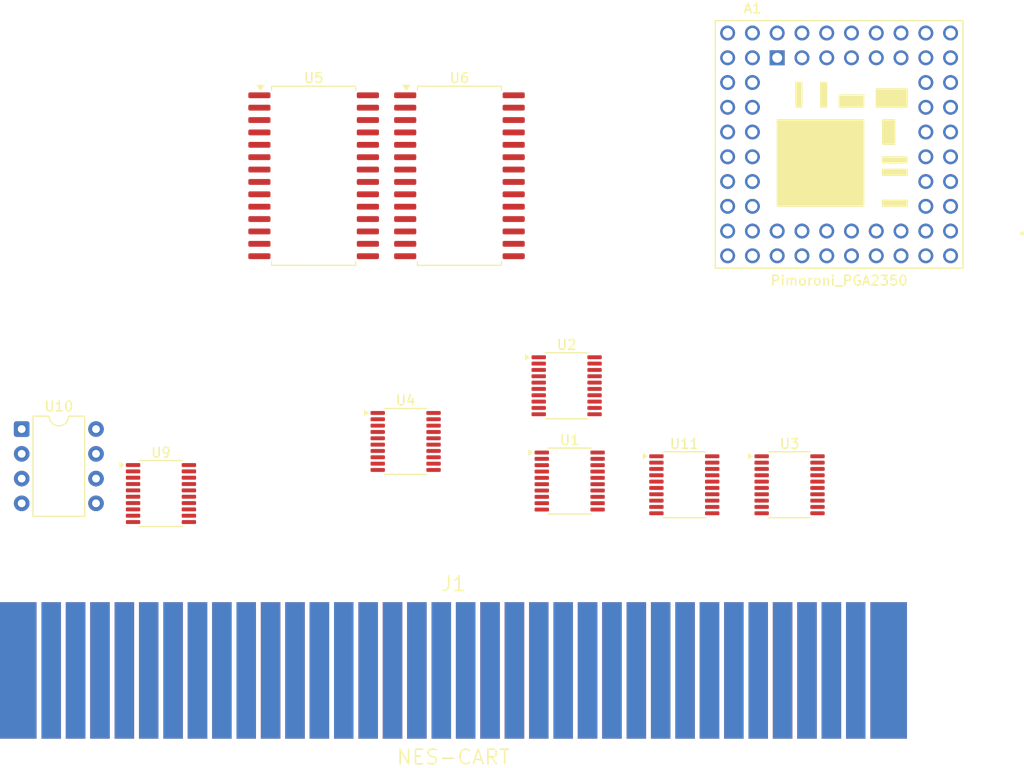
<source format=kicad_pcb>
(kicad_pcb (version 20241229) (generator "pcbnew") (generator_version "9.0")
  (layers (0 "F.Cu" signal) (2 "B.Cu" signal) (13 "F.Paste" user) (15 "B.Paste" user) (5 "F.SilkS" user "F.Silkscreen") (7 "B.SilkS" user "B.Silkscreen") (1 "F.Mask" user) (3 "B.Mask" user) (25 "Edge.Cuts" user))
  (net 0 "")
  (net 77 "GND")
  (net 79 "/CPU_A6")
  (net 81 "/CPU_A5")
  (net 82 "/CPU_A13")
  (net 83 "/CPU_R{slash}!W")
  (net 87 "/SYS_CLK")
  (net 91 "/CPU_A3")
  (net 92 "/CPU_A11")
  (net 93 "/CPU_A4")
  (net 95 "/CPU_A0")
  (net 96 "+5V")
  (net 97 "/CPU_A1")
  (net 99 "/CPU_A9")
  (net 100 "/CPU_IRQ")
  (net 101 "/CPU_A7")
  (net 104 "/CPU_A14")
  (net 106 "/CPU_A2")
  (net 107 "/CPU_CLK")
  (net 108 "/CPU_ROMSEL")
  (net 109 "/CPU_A10")
  (net 110 "/CPU_A8")
  (net 111 "/CPU_A12")
  (net 114 "/CPU_D2")
  (net 115 "/CIC_RST")
  (net 116 "/CPU_D0")
  (net 117 "/CPU_D4")
  (net 118 "/PPU_A2")
  (net 119 "/PPU_A6")
  (net 120 "/CPU_D7")
  (net 121 "/PPU_A3")
  (net 122 "/PPU_D3")
  (net 123 "/CPU_D3")
  (net 124 "/PPU_A4")
  (net 125 "/CIC_DOUT")
  (net 126 "/CPU_D6")
  (net 127 "/PPU_A8")
  (net 128 "/PPU_A12")
  (net 129 "/PPU_D5")
  (net 130 "/PPU_A0")
  (net 131 "/PPU_A7")
  (net 132 "/PPU_A13")
  (net 133 "/PPU_D7")
  (net 134 "/PPU_D2")
  (net 135 "/PPU_D0")
  (net 136 "/PPU_D1")
  (net 137 "/PPU_A10")
  (net 138 "/PPU_A1")
  (net 139 "/CPU_D1")
  (net 140 "/PPU_D4")
  (net 141 "/CIC_DIN")
  (net 142 "/PPU_A9")
  (net 143 "/CPU_D5")
  (net 144 "/PPU_A5")
  (net 145 "/CIC_CLK")
  (net 146 "/PPU_A11")
  (net 147 "/PPU_D6")
  (net 148 "/PICO_CPU_A11")
  (net 149 "/PICO_CPU_A12")
  (net 150 "/PICO_CPU_R{slash}!W")
  (net 151 "+3.3V")
  (net 152 "/PICO_CPU_A10")
  (net 153 "/PICO_CPU_A8")
  (net 154 "/PICO_CPU_A13")
  (net 155 "/PICO_CPU_A9")
  (net 156 "/PICO_CPU_A14")
  (net 157 "/PICO_CPU_A2")
  (net 158 "/PICO_CPU_A6")
  (net 159 "/PICO_CPU_A1")
  (net 160 "/PICO_CPU_A4")
  (net 161 "/PICO_CPU_A3")
  (net 162 "/PICO_CPU_A7")
  (net 163 "/PICO_CPU_A0")
  (net 164 "/PICO_CPU_A5")
  (net 165 "/PICO_CPU_D4_R")
  (net 166 "/PICO_CPU_D6_R")
  (net 167 "/PICO_CPU_D5_R")
  (net 168 "/PICO_CPU_D1_R")
  (net 169 "/PICO_CPU_D0_R")
  (net 170 "/PICO_CPU_D3_R")
  (net 171 "/PICO_CPU_D7_R")
  (net 172 "/PICO_CPU_D2_R")
  (net 173 "/ROE_3V3")
  (net 175 "/WIT")
  (net 182 "/ROE")
  (net 183 "/PICO_CPU_CLK")
  (net 185 "/PICO_CPU_IRQ")
  (net 186 "/WIT_3V3")
  (net 188 "Net-(D1-A)")
  (net 189 "/PICO_CPU_D2_W")
  (net 190 "/PICO_CPU_D3_W")
  (net 191 "/PICO_CPU_D5_W")
  (net 192 "/PICO_CPU_D1_W")
  (net 193 "/PICO_CPU_D6_W")
  (net 194 "/PICO_CPU_D4_W")
  (net 195 "/PICO_CPU_D7_W")
  (net 196 "/PICO_CPU_D0_W")
  (footprint "Package_SO:TSSOP-20_4.4x6.5mm_P0.65mm" (layer "F.Cu") (at 101.2775 117.74)
    (property "Reference" "U9" (at 0 -4.2 0) (layer "F.SilkS"))
    (property "Value" "TXS0108EPW")
    (fp_line (start 0 -3.385) (end -2.2 -3.385) (stroke (width 0.12)) (layer "F.SilkS"))
    (fp_line (start 0 -3.385) (end 2.2 -3.385) (stroke (width 0.12)) (layer "F.SilkS"))
    (fp_line (start 0 3.385) (end -2.2 3.385) (stroke (width 0.12)) (layer "F.SilkS"))
    (fp_line (start 0 3.385) (end 2.2 3.385) (stroke (width 0.12)) (layer "F.SilkS"))
    (fp_poly (pts (xy -3.86 -2.925) (xy -4.19 -2.685) (xy -4.19 -3.165)) (stroke (width 0.12)) (fill yes) (layer "F.SilkS"))
    (pad "1" smd roundrect (at -2.8625 -2.925) (size 1.475 0.4) (layers "F.Cu" "F.Mask" "F.Paste") (net 183 "/PICO_CPU_CLK"))
    (pad "2" smd roundrect (at -2.8625 -2.275) (size 1.475 0.4) (layers "F.Cu" "F.Mask" "F.Paste") (net 151 "+3.3V"))
    (pad "3" smd roundrect (at -2.8625 -1.625) (size 1.475 0.4) (layers "F.Cu" "F.Mask" "F.Paste") (net 185 "/PICO_CPU_IRQ"))
    (pad "4" smd roundrect (at -2.8625 -0.975) (size 1.475 0.4) (layers "F.Cu" "F.Mask" "F.Paste"))
    (pad "5" smd roundrect (at -2.8625 -0.325) (size 1.475 0.4) (layers "F.Cu" "F.Mask" "F.Paste"))
    (pad "6" smd roundrect (at -2.8625 0.325) (size 1.475 0.4) (layers "F.Cu" "F.Mask" "F.Paste"))
    (pad "7" smd roundrect (at -2.8625 0.975) (size 1.475 0.4) (layers "F.Cu" "F.Mask" "F.Paste"))
    (pad "8" smd roundrect (at -2.8625 1.625) (size 1.475 0.4) (layers "F.Cu" "F.Mask" "F.Paste") (net 173 "/ROE_3V3"))
    (pad "9" smd roundrect (at -2.8625 2.275) (size 1.475 0.4) (layers "F.Cu" "F.Mask" "F.Paste") (net 186 "/WIT_3V3"))
    (pad "10" smd roundrect (at -2.8625 2.925) (size 1.475 0.4) (layers "F.Cu" "F.Mask" "F.Paste") (net 151 "+3.3V"))
    (pad "11" smd roundrect (at 2.8625 2.925) (size 1.475 0.4) (layers "F.Cu" "F.Mask" "F.Paste") (net 77 "GND"))
    (pad "12" smd roundrect (at 2.8625 2.275) (size 1.475 0.4) (layers "F.Cu" "F.Mask" "F.Paste") (net 175 "/WIT"))
    (pad "13" smd roundrect (at 2.8625 1.625) (size 1.475 0.4) (layers "F.Cu" "F.Mask" "F.Paste") (net 182 "/ROE"))
    (pad "14" smd roundrect (at 2.8625 0.975) (size 1.475 0.4) (layers "F.Cu" "F.Mask" "F.Paste"))
    (pad "15" smd roundrect (at 2.8625 0.325) (size 1.475 0.4) (layers "F.Cu" "F.Mask" "F.Paste"))
    (pad "16" smd roundrect (at 2.8625 -0.325) (size 1.475 0.4) (layers "F.Cu" "F.Mask" "F.Paste"))
    (pad "17" smd roundrect (at 2.8625 -0.975) (size 1.475 0.4) (layers "F.Cu" "F.Mask" "F.Paste"))
    (pad "18" smd roundrect (at 2.8625 -1.625) (size 1.475 0.4) (layers "F.Cu" "F.Mask" "F.Paste") (net 100 "/CPU_IRQ"))
    (pad "19" smd roundrect (at 2.8625 -2.275) (size 1.475 0.4) (layers "F.Cu" "F.Mask" "F.Paste") (net 96 "+5V"))
    (pad "20" smd roundrect (at 2.8625 -2.925) (size 1.475 0.4) (layers "F.Cu" "F.Mask" "F.Paste") (net 107 "/CPU_CLK"))
  )
  (footprint "Package_DIP:DIP-8_W7.62mm" (layer "F.Cu") (at 86.995 111.125)
    (property "Reference" "U10" (at 3.81 -2.33 0) (layer "F.SilkS"))
    (property "Value" "ATtiny13A-P")
    (fp_line (start 1.16 -1.33) (end 1.16 8.95) (stroke (width 0.12)) (layer "F.SilkS"))
    (fp_line (start 1.16 8.95) (end 6.46 8.95) (stroke (width 0.12)) (layer "F.SilkS"))
    (fp_line (start 2.81 -1.33) (end 1.16 -1.33) (stroke (width 0.12)) (layer "F.SilkS"))
    (fp_line (start 6.46 -1.33) (end 4.81 -1.33) (stroke (width 0.12)) (layer "F.SilkS"))
    (fp_line (start 6.46 8.95) (end 6.46 -1.33) (stroke (width 0.12)) (layer "F.SilkS"))
    (fp_arc (start 4.81 -1.33) (mid 3.81 -0.33) (end 2.81 -1.33) (stroke (width 0.12)) (layer "F.SilkS"))
    (pad "1" thru_hole roundrect (at 0 0) (size 1.6 1.6) (drill 0.8) (layers "*.Cu" "*.Mask") (roundrect_rratio 0.15625))
    (pad "2" thru_hole circle (at 0 2.54) (size 1.6 1.6) (drill 0.8) (layers "*.Cu" "*.Mask") (net 145 "/CIC_CLK"))
    (pad "3" thru_hole circle (at 0 5.08) (size 1.6 1.6) (drill 0.8) (layers "*.Cu" "*.Mask") (net 188 "Net-(D1-A)"))
    (pad "4" thru_hole circle (at 0 7.62) (size 1.6 1.6) (drill 0.8) (layers "*.Cu" "*.Mask") (net 77 "GND"))
    (pad "5" thru_hole circle (at 7.62 7.62) (size 1.6 1.6) (drill 0.8) (layers "*.Cu" "*.Mask") (net 125 "/CIC_DOUT"))
    (pad "6" thru_hole circle (at 7.62 5.08) (size 1.6 1.6) (drill 0.8) (layers "*.Cu" "*.Mask") (net 141 "/CIC_DIN"))
    (pad "7" thru_hole circle (at 7.62 2.54) (size 1.6 1.6) (drill 0.8) (layers "*.Cu" "*.Mask") (net 115 "/CIC_RST"))
    (pad "8" thru_hole circle (at 7.62 0) (size 1.6 1.6) (drill 0.8) (layers "*.Cu" "*.Mask") (net 96 "+5V"))
  )
  (footprint "Package_SO:TSSOP-20_4.4x6.5mm_P0.65mm" (layer "F.Cu") (at 126.365 112.395)
    (property "Reference" "U4" (at 0 -4.2 0) (layer "F.SilkS"))
    (property "Value" "TXS0108EPW")
    (fp_line (start 0 -3.385) (end -2.2 -3.385) (stroke (width 0.12)) (layer "F.SilkS"))
    (fp_line (start 0 -3.385) (end 2.2 -3.385) (stroke (width 0.12)) (layer "F.SilkS"))
    (fp_line (start 0 3.385) (end -2.2 3.385) (stroke (width 0.12)) (layer "F.SilkS"))
    (fp_line (start 0 3.385) (end 2.2 3.385) (stroke (width 0.12)) (layer "F.SilkS"))
    (fp_poly (pts (xy -3.86 -2.925) (xy -4.19 -2.685) (xy -4.19 -3.165)) (stroke (width 0.12)) (fill yes) (layer "F.SilkS"))
    (pad "1" smd roundrect (at -2.8625 -2.925) (size 1.475 0.4) (layers "F.Cu" "F.Mask" "F.Paste"))
    (pad "2" smd roundrect (at -2.8625 -2.275) (size 1.475 0.4) (layers "F.Cu" "F.Mask" "F.Paste"))
    (pad "3" smd roundrect (at -2.8625 -1.625) (size 1.475 0.4) (layers "F.Cu" "F.Mask" "F.Paste"))
    (pad "4" smd roundrect (at -2.8625 -0.975) (size 1.475 0.4) (layers "F.Cu" "F.Mask" "F.Paste"))
    (pad "5" smd roundrect (at -2.8625 -0.325) (size 1.475 0.4) (layers "F.Cu" "F.Mask" "F.Paste"))
    (pad "6" smd roundrect (at -2.8625 0.325) (size 1.475 0.4) (layers "F.Cu" "F.Mask" "F.Paste"))
    (pad "7" smd roundrect (at -2.8625 0.975) (size 1.475 0.4) (layers "F.Cu" "F.Mask" "F.Paste"))
    (pad "8" smd roundrect (at -2.8625 1.625) (size 1.475 0.4) (layers "F.Cu" "F.Mask" "F.Paste"))
    (pad "9" smd roundrect (at -2.8625 2.275) (size 1.475 0.4) (layers "F.Cu" "F.Mask" "F.Paste"))
    (pad "10" smd roundrect (at -2.8625 2.925) (size 1.475 0.4) (layers "F.Cu" "F.Mask" "F.Paste"))
    (pad "11" smd roundrect (at 2.8625 2.925) (size 1.475 0.4) (layers "F.Cu" "F.Mask" "F.Paste"))
    (pad "12" smd roundrect (at 2.8625 2.275) (size 1.475 0.4) (layers "F.Cu" "F.Mask" "F.Paste"))
    (pad "13" smd roundrect (at 2.8625 1.625) (size 1.475 0.4) (layers "F.Cu" "F.Mask" "F.Paste"))
    (pad "14" smd roundrect (at 2.8625 0.975) (size 1.475 0.4) (layers "F.Cu" "F.Mask" "F.Paste"))
    (pad "15" smd roundrect (at 2.8625 0.325) (size 1.475 0.4) (layers "F.Cu" "F.Mask" "F.Paste"))
    (pad "16" smd roundrect (at 2.8625 -0.325) (size 1.475 0.4) (layers "F.Cu" "F.Mask" "F.Paste"))
    (pad "17" smd roundrect (at 2.8625 -0.975) (size 1.475 0.4) (layers "F.Cu" "F.Mask" "F.Paste"))
    (pad "18" smd roundrect (at 2.8625 -1.625) (size 1.475 0.4) (layers "F.Cu" "F.Mask" "F.Paste"))
    (pad "19" smd roundrect (at 2.8625 -2.275) (size 1.475 0.4) (layers "F.Cu" "F.Mask" "F.Paste"))
    (pad "20" smd roundrect (at 2.8625 -2.925) (size 1.475 0.4) (layers "F.Cu" "F.Mask" "F.Paste"))
  )
  (footprint "Package_SO:TSSOP-20_4.4x6.5mm_P0.65mm" (layer "F.Cu") (at 165.735 116.84)
    (property "Reference" "U3" (at 0 -4.2 0) (layer "F.SilkS"))
    (property "Value" "TXS0108EPW")
    (fp_line (start 0 -3.385) (end -2.2 -3.385) (stroke (width 0.12)) (layer "F.SilkS"))
    (fp_line (start 0 -3.385) (end 2.2 -3.385) (stroke (width 0.12)) (layer "F.SilkS"))
    (fp_line (start 0 3.385) (end -2.2 3.385) (stroke (width 0.12)) (layer "F.SilkS"))
    (fp_line (start 0 3.385) (end 2.2 3.385) (stroke (width 0.12)) (layer "F.SilkS"))
    (fp_poly (pts (xy -3.86 -2.925) (xy -4.19 -2.685) (xy -4.19 -3.165)) (stroke (width 0.12)) (fill yes) (layer "F.SilkS"))
    (pad "1" smd roundrect (at -2.8625 -2.925) (size 1.475 0.4) (layers "F.Cu" "F.Mask" "F.Paste") (net 169 "/PICO_CPU_D0_R"))
    (pad "2" smd roundrect (at -2.8625 -2.275) (size 1.475 0.4) (layers "F.Cu" "F.Mask" "F.Paste") (net 151 "+3.3V"))
    (pad "3" smd roundrect (at -2.8625 -1.625) (size 1.475 0.4) (layers "F.Cu" "F.Mask" "F.Paste") (net 168 "/PICO_CPU_D1_R"))
    (pad "4" smd roundrect (at -2.8625 -0.975) (size 1.475 0.4) (layers "F.Cu" "F.Mask" "F.Paste") (net 172 "/PICO_CPU_D2_R"))
    (pad "5" smd roundrect (at -2.8625 -0.325) (size 1.475 0.4) (layers "F.Cu" "F.Mask" "F.Paste") (net 170 "/PICO_CPU_D3_R"))
    (pad "6" smd roundrect (at -2.8625 0.325) (size 1.475 0.4) (layers "F.Cu" "F.Mask" "F.Paste") (net 165 "/PICO_CPU_D4_R"))
    (pad "7" smd roundrect (at -2.8625 0.975) (size 1.475 0.4) (layers "F.Cu" "F.Mask" "F.Paste") (net 167 "/PICO_CPU_D5_R"))
    (pad "8" smd roundrect (at -2.8625 1.625) (size 1.475 0.4) (layers "F.Cu" "F.Mask" "F.Paste") (net 166 "/PICO_CPU_D6_R"))
    (pad "9" smd roundrect (at -2.8625 2.275) (size 1.475 0.4) (layers "F.Cu" "F.Mask" "F.Paste") (net 171 "/PICO_CPU_D7_R"))
    (pad "10" smd roundrect (at -2.8625 2.925) (size 1.475 0.4) (layers "F.Cu" "F.Mask" "F.Paste") (net 173 "/ROE_3V3"))
    (pad "11" smd roundrect (at 2.8625 2.925) (size 1.475 0.4) (layers "F.Cu" "F.Mask" "F.Paste") (net 77 "GND"))
    (pad "12" smd roundrect (at 2.8625 2.275) (size 1.475 0.4) (layers "F.Cu" "F.Mask" "F.Paste") (net 120 "/CPU_D7"))
    (pad "13" smd roundrect (at 2.8625 1.625) (size 1.475 0.4) (layers "F.Cu" "F.Mask" "F.Paste") (net 126 "/CPU_D6"))
    (pad "14" smd roundrect (at 2.8625 0.975) (size 1.475 0.4) (layers "F.Cu" "F.Mask" "F.Paste") (net 143 "/CPU_D5"))
    (pad "15" smd roundrect (at 2.8625 0.325) (size 1.475 0.4) (layers "F.Cu" "F.Mask" "F.Paste") (net 117 "/CPU_D4"))
    (pad "16" smd roundrect (at 2.8625 -0.325) (size 1.475 0.4) (layers "F.Cu" "F.Mask" "F.Paste") (net 123 "/CPU_D3"))
    (pad "17" smd roundrect (at 2.8625 -0.975) (size 1.475 0.4) (layers "F.Cu" "F.Mask" "F.Paste") (net 114 "/CPU_D2"))
    (pad "18" smd roundrect (at 2.8625 -1.625) (size 1.475 0.4) (layers "F.Cu" "F.Mask" "F.Paste") (net 139 "/CPU_D1"))
    (pad "19" smd roundrect (at 2.8625 -2.275) (size 1.475 0.4) (layers "F.Cu" "F.Mask" "F.Paste") (net 96 "+5V"))
    (pad "20" smd roundrect (at 2.8625 -2.925) (size 1.475 0.4) (layers "F.Cu" "F.Mask" "F.Paste") (net 116 "/CPU_D0"))
  )
  (footprint "Package_SO:SOP-28_8.4x18.16mm_P1.27mm" (layer "F.Cu") (at 116.9325 85.13)
    (property "Reference" "U5" (at 0 -10.03 0) (layer "F.SilkS"))
    (property "Value" "IS62C256AL")
    (fp_line (start -4.31 -9.19) (end -4.31 -8.815) (stroke (width 0.12)) (layer "F.SilkS"))
    (fp_line (start -4.31 9.19) (end -4.31 8.815) (stroke (width 0.12)) (layer "F.SilkS"))
    (fp_line (start 0 -9.19) (end -4.31 -9.19) (stroke (width 0.12)) (layer "F.SilkS"))
    (fp_line (start 0 -9.19) (end 4.31 -9.19) (stroke (width 0.12)) (layer "F.SilkS"))
    (fp_line (start 0 9.19) (end -4.31 9.19) (stroke (width 0.12)) (layer "F.SilkS"))
    (fp_line (start 0 9.19) (end 4.31 9.19) (stroke (width 0.12)) (layer "F.SilkS"))
    (fp_line (start 4.31 -9.19) (end 4.31 -8.815) (stroke (width 0.12)) (layer "F.SilkS"))
    (fp_line (start 4.31 9.19) (end 4.31 8.815) (stroke (width 0.12)) (layer "F.SilkS"))
    (fp_poly (pts (xy -5.45 -8.815) (xy -5.79 -9.285) (xy -5.11 -9.285)) (stroke (width 0.12)) (fill yes) (layer "F.SilkS"))
    (pad "1" smd roundrect (at -5.5625 -8.255) (size 2.275 0.6) (layers "F.Cu" "F.Mask" "F.Paste"))
    (pad "2" smd roundrect (at -5.5625 -6.985) (size 2.275 0.6) (layers "F.Cu" "F.Mask" "F.Paste"))
    (pad "3" smd roundrect (at -5.5625 -5.715) (size 2.275 0.6) (layers "F.Cu" "F.Mask" "F.Paste"))
    (pad "4" smd roundrect (at -5.5625 -4.445) (size 2.275 0.6) (layers "F.Cu" "F.Mask" "F.Paste"))
    (pad "5" smd roundrect (at -5.5625 -3.175) (size 2.275 0.6) (layers "F.Cu" "F.Mask" "F.Paste"))
    (pad "6" smd roundrect (at -5.5625 -1.905) (size 2.275 0.6) (layers "F.Cu" "F.Mask" "F.Paste"))
    (pad "7" smd roundrect (at -5.5625 -0.635) (size 2.275 0.6) (layers "F.Cu" "F.Mask" "F.Paste"))
    (pad "8" smd roundrect (at -5.5625 0.635) (size 2.275 0.6) (layers "F.Cu" "F.Mask" "F.Paste"))
    (pad "9" smd roundrect (at -5.5625 1.905) (size 2.275 0.6) (layers "F.Cu" "F.Mask" "F.Paste"))
    (pad "10" smd roundrect (at -5.5625 3.175) (size 2.275 0.6) (layers "F.Cu" "F.Mask" "F.Paste"))
    (pad "11" smd roundrect (at -5.5625 4.445) (size 2.275 0.6) (layers "F.Cu" "F.Mask" "F.Paste"))
    (pad "12" smd roundrect (at -5.5625 5.715) (size 2.275 0.6) (layers "F.Cu" "F.Mask" "F.Paste"))
    (pad "13" smd roundrect (at -5.5625 6.985) (size 2.275 0.6) (layers "F.Cu" "F.Mask" "F.Paste"))
    (pad "14" smd roundrect (at -5.5625 8.255) (size 2.275 0.6) (layers "F.Cu" "F.Mask" "F.Paste"))
    (pad "15" smd roundrect (at 5.5625 8.255) (size 2.275 0.6) (layers "F.Cu" "F.Mask" "F.Paste"))
    (pad "16" smd roundrect (at 5.5625 6.985) (size 2.275 0.6) (layers "F.Cu" "F.Mask" "F.Paste"))
    (pad "17" smd roundrect (at 5.5625 5.715) (size 2.275 0.6) (layers "F.Cu" "F.Mask" "F.Paste"))
    (pad "18" smd roundrect (at 5.5625 4.445) (size 2.275 0.6) (layers "F.Cu" "F.Mask" "F.Paste"))
    (pad "19" smd roundrect (at 5.5625 3.175) (size 2.275 0.6) (layers "F.Cu" "F.Mask" "F.Paste"))
    (pad "20" smd roundrect (at 5.5625 1.905) (size 2.275 0.6) (layers "F.Cu" "F.Mask" "F.Paste"))
    (pad "21" smd roundrect (at 5.5625 0.635) (size 2.275 0.6) (layers "F.Cu" "F.Mask" "F.Paste"))
    (pad "22" smd roundrect (at 5.5625 -0.635) (size 2.275 0.6) (layers "F.Cu" "F.Mask" "F.Paste"))
    (pad "23" smd roundrect (at 5.5625 -1.905) (size 2.275 0.6) (layers "F.Cu" "F.Mask" "F.Paste"))
    (pad "24" smd roundrect (at 5.5625 -3.175) (size 2.275 0.6) (layers "F.Cu" "F.Mask" "F.Paste"))
    (pad "25" smd roundrect (at 5.5625 -4.445) (size 2.275 0.6) (layers "F.Cu" "F.Mask" "F.Paste"))
    (pad "26" smd roundrect (at 5.5625 -5.715) (size 2.275 0.6) (layers "F.Cu" "F.Mask" "F.Paste"))
    (pad "27" smd roundrect (at 5.5625 -6.985) (size 2.275 0.6) (layers "F.Cu" "F.Mask" "F.Paste"))
    (pad "28" smd roundrect (at 5.5625 -8.255) (size 2.275 0.6) (layers "F.Cu" "F.Mask" "F.Paste"))
  )
  (footprint "Package_SO:TSSOP-20_4.4x6.5mm_P0.65mm" (layer "F.Cu") (at 154.94 116.84)
    (property "Reference" "U11" (at 0 -4.2 0) (layer "F.SilkS"))
    (property "Value" "TXS0108EPW")
    (fp_line (start 0 -3.385) (end -2.2 -3.385) (stroke (width 0.12)) (layer "F.SilkS"))
    (fp_line (start 0 -3.385) (end 2.2 -3.385) (stroke (width 0.12)) (layer "F.SilkS"))
    (fp_line (start 0 3.385) (end -2.2 3.385) (stroke (width 0.12)) (layer "F.SilkS"))
    (fp_line (start 0 3.385) (end 2.2 3.385) (stroke (width 0.12)) (layer "F.SilkS"))
    (fp_poly (pts (xy -3.86 -2.925) (xy -4.19 -2.685) (xy -4.19 -3.165)) (stroke (width 0.12)) (fill yes) (layer "F.SilkS"))
    (pad "1" smd roundrect (at -2.8625 -2.925) (size 1.475 0.4) (layers "F.Cu" "F.Mask" "F.Paste") (net 196 "/PICO_CPU_D0_W"))
    (pad "2" smd roundrect (at -2.8625 -2.275) (size 1.475 0.4) (layers "F.Cu" "F.Mask" "F.Paste") (net 151 "+3.3V"))
    (pad "3" smd roundrect (at -2.8625 -1.625) (size 1.475 0.4) (layers "F.Cu" "F.Mask" "F.Paste") (net 192 "/PICO_CPU_D1_W"))
    (pad "4" smd roundrect (at -2.8625 -0.975) (size 1.475 0.4) (layers "F.Cu" "F.Mask" "F.Paste") (net 189 "/PICO_CPU_D2_W"))
    (pad "5" smd roundrect (at -2.8625 -0.325) (size 1.475 0.4) (layers "F.Cu" "F.Mask" "F.Paste") (net 190 "/PICO_CPU_D3_W"))
    (pad "6" smd roundrect (at -2.8625 0.325) (size 1.475 0.4) (layers "F.Cu" "F.Mask" "F.Paste") (net 194 "/PICO_CPU_D4_W"))
    (pad "7" smd roundrect (at -2.8625 0.975) (size 1.475 0.4) (layers "F.Cu" "F.Mask" "F.Paste") (net 191 "/PICO_CPU_D5_W"))
    (pad "8" smd roundrect (at -2.8625 1.625) (size 1.475 0.4) (layers "F.Cu" "F.Mask" "F.Paste") (net 193 "/PICO_CPU_D6_W"))
    (pad "9" smd roundrect (at -2.8625 2.275) (size 1.475 0.4) (layers "F.Cu" "F.Mask" "F.Paste") (net 195 "/PICO_CPU_D7_W"))
    (pad "10" smd roundrect (at -2.8625 2.925) (size 1.475 0.4) (layers "F.Cu" "F.Mask" "F.Paste") (net 186 "/WIT_3V3"))
    (pad "11" smd roundrect (at 2.8625 2.925) (size 1.475 0.4) (layers "F.Cu" "F.Mask" "F.Paste") (net 77 "GND"))
    (pad "12" smd roundrect (at 2.8625 2.275) (size 1.475 0.4) (layers "F.Cu" "F.Mask" "F.Paste") (net 120 "/CPU_D7"))
    (pad "13" smd roundrect (at 2.8625 1.625) (size 1.475 0.4) (layers "F.Cu" "F.Mask" "F.Paste") (net 126 "/CPU_D6"))
    (pad "14" smd roundrect (at 2.8625 0.975) (size 1.475 0.4) (layers "F.Cu" "F.Mask" "F.Paste") (net 143 "/CPU_D5"))
    (pad "15" smd roundrect (at 2.8625 0.325) (size 1.475 0.4) (layers "F.Cu" "F.Mask" "F.Paste") (net 117 "/CPU_D4"))
    (pad "16" smd roundrect (at 2.8625 -0.325) (size 1.475 0.4) (layers "F.Cu" "F.Mask" "F.Paste") (net 123 "/CPU_D3"))
    (pad "17" smd roundrect (at 2.8625 -0.975) (size 1.475 0.4) (layers "F.Cu" "F.Mask" "F.Paste") (net 114 "/CPU_D2"))
    (pad "18" smd roundrect (at 2.8625 -1.625) (size 1.475 0.4) (layers "F.Cu" "F.Mask" "F.Paste") (net 139 "/CPU_D1"))
    (pad "19" smd roundrect (at 2.8625 -2.275) (size 1.475 0.4) (layers "F.Cu" "F.Mask" "F.Paste") (net 96 "+5V"))
    (pad "20" smd roundrect (at 2.8625 -2.925) (size 1.475 0.4) (layers "F.Cu" "F.Mask" "F.Paste") (net 116 "/CPU_D0"))
  )
  (footprint "Package_SO:TSSOP-20_4.4x6.5mm_P0.65mm" (layer "F.Cu") (at 142.875 106.68)
    (property "Reference" "U2" (at 0 -4.2 0) (layer "F.SilkS"))
    (property "Value" "TXS0108EPW")
    (fp_line (start 0 -3.385) (end -2.2 -3.385) (stroke (width 0.12)) (layer "F.SilkS"))
    (fp_line (start 0 -3.385) (end 2.2 -3.385) (stroke (width 0.12)) (layer "F.SilkS"))
    (fp_line (start 0 3.385) (end -2.2 3.385) (stroke (width 0.12)) (layer "F.SilkS"))
    (fp_line (start 0 3.385) (end 2.2 3.385) (stroke (width 0.12)) (layer "F.SilkS"))
    (fp_poly (pts (xy -3.86 -2.925) (xy -4.19 -2.685) (xy -4.19 -3.165)) (stroke (width 0.12)) (fill yes) (layer "F.SilkS"))
    (pad "1" smd roundrect (at -2.8625 -2.925) (size 1.475 0.4) (layers "F.Cu" "F.Mask" "F.Paste") (net 163 "/PICO_CPU_A0"))
    (pad "2" smd roundrect (at -2.8625 -2.275) (size 1.475 0.4) (layers "F.Cu" "F.Mask" "F.Paste") (net 151 "+3.3V"))
    (pad "3" smd roundrect (at -2.8625 -1.625) (size 1.475 0.4) (layers "F.Cu" "F.Mask" "F.Paste") (net 159 "/PICO_CPU_A1"))
    (pad "4" smd roundrect (at -2.8625 -0.975) (size 1.475 0.4) (layers "F.Cu" "F.Mask" "F.Paste") (net 157 "/PICO_CPU_A2"))
    (pad "5" smd roundrect (at -2.8625 -0.325) (size 1.475 0.4) (layers "F.Cu" "F.Mask" "F.Paste") (net 161 "/PICO_CPU_A3"))
    (pad "6" smd roundrect (at -2.8625 0.325) (size 1.475 0.4) (layers "F.Cu" "F.Mask" "F.Paste") (net 160 "/PICO_CPU_A4"))
    (pad "7" smd roundrect (at -2.8625 0.975) (size 1.475 0.4) (layers "F.Cu" "F.Mask" "F.Paste") (net 164 "/PICO_CPU_A5"))
    (pad "8" smd roundrect (at -2.8625 1.625) (size 1.475 0.4) (layers "F.Cu" "F.Mask" "F.Paste") (net 158 "/PICO_CPU_A6"))
    (pad "9" smd roundrect (at -2.8625 2.275) (size 1.475 0.4) (layers "F.Cu" "F.Mask" "F.Paste") (net 162 "/PICO_CPU_A7"))
    (pad "10" smd roundrect (at -2.8625 2.925) (size 1.475 0.4) (layers "F.Cu" "F.Mask" "F.Paste") (net 151 "+3.3V"))
    (pad "11" smd roundrect (at 2.8625 2.925) (size 1.475 0.4) (layers "F.Cu" "F.Mask" "F.Paste") (net 77 "GND"))
    (pad "12" smd roundrect (at 2.8625 2.275) (size 1.475 0.4) (layers "F.Cu" "F.Mask" "F.Paste") (net 101 "/CPU_A7"))
    (pad "13" smd roundrect (at 2.8625 1.625) (size 1.475 0.4) (layers "F.Cu" "F.Mask" "F.Paste") (net 79 "/CPU_A6"))
    (pad "14" smd roundrect (at 2.8625 0.975) (size 1.475 0.4) (layers "F.Cu" "F.Mask" "F.Paste") (net 81 "/CPU_A5"))
    (pad "15" smd roundrect (at 2.8625 0.325) (size 1.475 0.4) (layers "F.Cu" "F.Mask" "F.Paste") (net 93 "/CPU_A4"))
    (pad "16" smd roundrect (at 2.8625 -0.325) (size 1.475 0.4) (layers "F.Cu" "F.Mask" "F.Paste") (net 91 "/CPU_A3"))
    (pad "17" smd roundrect (at 2.8625 -0.975) (size 1.475 0.4) (layers "F.Cu" "F.Mask" "F.Paste") (net 106 "/CPU_A2"))
    (pad "18" smd roundrect (at 2.8625 -1.625) (size 1.475 0.4) (layers "F.Cu" "F.Mask" "F.Paste") (net 97 "/CPU_A1"))
    (pad "19" smd roundrect (at 2.8625 -2.275) (size 1.475 0.4) (layers "F.Cu" "F.Mask" "F.Paste") (net 96 "+5V"))
    (pad "20" smd roundrect (at 2.8625 -2.925) (size 1.475 0.4) (layers "F.Cu" "F.Mask" "F.Paste") (net 95 "/CPU_A0"))
  )
  (footprint "cart_interface:NES_CART_FINGERS" (layer "F.Cu") (at 131.27 135.89)
    (property "Reference" "J1" (at 0 -8.89 0) (layer "F.SilkS") (effects (font (size 1.5 1.5))))
    (property "Value" "NES-CART" (at 0 8.89 0) (layer "F.SilkS") (effects (font (size 1.5 1.5))))
    (pad "1" connect rect (at 44.625 0) (size 3.75 14) (layers "F.Cu" "F.Mask") (net 77 "GND"))
    (pad "2" connect rect (at 41.25 0) (size 2 14) (layers "F.Cu" "F.Mask") (net 92 "/CPU_A11"))
    (pad "3" connect rect (at 38.75 0) (size 2 14) (layers "F.Cu" "F.Mask") (net 109 "/CPU_A10"))
    (pad "4" connect rect (at 36.25 0) (size 2 14) (layers "F.Cu" "F.Mask") (net 99 "/CPU_A9"))
    (pad "5" connect rect (at 33.75 0) (size 2 14) (layers "F.Cu" "F.Mask") (net 110 "/CPU_A8"))
    (pad "6" connect rect (at 31.25 0) (size 2 14) (layers "F.Cu" "F.Mask") (net 101 "/CPU_A7"))
    (pad "7" connect rect (at 28.75 0) (size 2 14) (layers "F.Cu" "F.Mask") (net 79 "/CPU_A6"))
    (pad "8" connect rect (at 26.25 0) (size 2 14) (layers "F.Cu" "F.Mask") (net 81 "/CPU_A5"))
    (pad "9" connect rect (at 23.75 0) (size 2 14) (layers "F.Cu" "F.Mask") (net 93 "/CPU_A4"))
    (pad "10" connect rect (at 21.25 0) (size 2 14) (layers "F.Cu" "F.Mask") (net 91 "/CPU_A3"))
    (pad "11" connect rect (at 18.75 0) (size 2 14) (layers "F.Cu" "F.Mask") (net 106 "/CPU_A2"))
    (pad "12" connect rect (at 16.25 0) (size 2 14) (layers "F.Cu" "F.Mask") (net 97 "/CPU_A1"))
    (pad "13" connect rect (at 13.75 0) (size 2 14) (layers "F.Cu" "F.Mask") (net 95 "/CPU_A0"))
    (pad "14" connect rect (at 11.25 0) (size 2 14) (layers "F.Cu" "F.Mask") (net 83 "/CPU_R{slash}!W"))
    (pad "15" connect rect (at 8.75 0) (size 2 14) (layers "F.Cu" "F.Mask") (net 100 "/CPU_IRQ"))
    (pad "16" connect rect (at 6.25 0) (size 2 14) (layers "F.Cu" "F.Mask"))
    (pad "17" connect rect (at 3.75 0) (size 2 14) (layers "F.Cu" "F.Mask"))
    (pad "18" connect rect (at 1.25 0) (size 2 14) (layers "F.Cu" "F.Mask"))
    (pad "19" connect rect (at -1.25 0) (size 2 14) (layers "F.Cu" "F.Mask"))
    (pad "20" connect rect (at -3.75 0) (size 2 14) (layers "F.Cu" "F.Mask"))
    (pad "21" connect rect (at -6.25 0) (size 2 14) (layers "F.Cu" "F.Mask"))
    (pad "22" connect rect (at -8.75 0) (size 2 14) (layers "F.Cu" "F.Mask"))
    (pad "23" connect rect (at -11.25 0) (size 2 14) (layers "F.Cu" "F.Mask") (net 119 "/PPU_A6"))
    (pad "24" connect rect (at -13.75 0) (size 2 14) (layers "F.Cu" "F.Mask") (net 144 "/PPU_A5"))
    (pad "25" connect rect (at -16.25 0) (size 2 14) (layers "F.Cu" "F.Mask") (net 124 "/PPU_A4"))
    (pad "26" connect rect (at -18.75 0) (size 2 14) (layers "F.Cu" "F.Mask") (net 121 "/PPU_A3"))
    (pad "27" connect rect (at -21.25 0) (size 2 14) (layers "F.Cu" "F.Mask") (net 118 "/PPU_A2"))
    (pad "28" connect rect (at -23.75 0) (size 2 14) (layers "F.Cu" "F.Mask") (net 138 "/PPU_A1"))
    (pad "29" connect rect (at -26.25 0) (size 2 14) (layers "F.Cu" "F.Mask") (net 130 "/PPU_A0"))
    (pad "30" connect rect (at -28.75 0) (size 2 14) (layers "F.Cu" "F.Mask") (net 135 "/PPU_D0"))
    (pad "31" connect rect (at -31.25 0) (size 2 14) (layers "F.Cu" "F.Mask") (net 136 "/PPU_D1"))
    (pad "32" connect rect (at -33.75 0) (size 2 14) (layers "F.Cu" "F.Mask") (net 134 "/PPU_D2"))
    (pad "33" connect rect (at -36.25 0) (size 2 14) (layers "F.Cu" "F.Mask") (net 122 "/PPU_D3"))
    (pad "34" connect rect (at -38.75 0) (size 2 14) (layers "F.Cu" "F.Mask") (net 141 "/CIC_DIN"))
    (pad "35" connect rect (at -41.25 0) (size 2 14) (layers "F.Cu" "F.Mask") (net 125 "/CIC_DOUT"))
    (pad "36" connect rect (at -44.625 0) (size 3.75 14) (layers "F.Cu" "F.Mask") (net 96 "+5V"))
    (pad "37" connect rect (at 44.625 0) (size 3.75 14) (layers "B.Cu" "B.Mask") (net 87 "/SYS_CLK"))
    (pad "38" connect rect (at 41.25 0) (size 2 14) (layers "B.Cu" "B.Mask") (net 107 "/CPU_CLK"))
    (pad "39" connect rect (at 38.75 0) (size 2 14) (layers "B.Cu" "B.Mask") (net 111 "/CPU_A12"))
    (pad "40" connect rect (at 36.25 0) (size 2 14) (layers "B.Cu" "B.Mask") (net 82 "/CPU_A13"))
    (pad "41" connect rect (at 33.75 0) (size 2 14) (layers "B.Cu" "B.Mask") (net 104 "/CPU_A14"))
    (pad "42" connect rect (at 31.25 0) (size 2 14) (layers "B.Cu" "B.Mask") (net 120 "/CPU_D7"))
    (pad "43" connect rect (at 28.75 0) (size 2 14) (layers "B.Cu" "B.Mask") (net 126 "/CPU_D6"))
    (pad "44" connect rect (at 26.25 0) (size 2 14) (layers "B.Cu" "B.Mask") (net 143 "/CPU_D5"))
    (pad "45" connect rect (at 23.75 0) (size 2 14) (layers "B.Cu" "B.Mask") (net 117 "/CPU_D4"))
    (pad "46" connect rect (at 21.25 0) (size 2 14) (layers "B.Cu" "B.Mask") (net 123 "/CPU_D3"))
    (pad "47" connect rect (at 18.75 0) (size 2 14) (layers "B.Cu" "B.Mask") (net 114 "/CPU_D2"))
    (pad "48" connect rect (at 16.25 0) (size 2 14) (layers "B.Cu" "B.Mask") (net 139 "/CPU_D1"))
    (pad "49" connect rect (at 13.75 0) (size 2 14) (layers "B.Cu" "B.Mask") (net 116 "/CPU_D0"))
    (pad "50" connect rect (at 11.25 0) (size 2 14) (layers "B.Cu" "B.Mask") (net 108 "/CPU_ROMSEL"))
    (pad "51" connect rect (at 8.75 0) (size 2 14) (layers "B.Cu" "B.Mask"))
    (pad "52" connect rect (at 6.25 0) (size 2 14) (layers "B.Cu" "B.Mask"))
    (pad "53" connect rect (at 3.75 0) (size 2 14) (layers "B.Cu" "B.Mask"))
    (pad "54" connect rect (at 1.25 0) (size 2 14) (layers "B.Cu" "B.Mask"))
    (pad "55" connect rect (at -1.25 0) (size 2 14) (layers "B.Cu" "B.Mask"))
    (pad "56" connect rect (at -3.75 0) (size 2 14) (layers "B.Cu" "B.Mask"))
    (pad "57" connect rect (at -6.25 0) (size 2 14) (layers "B.Cu" "B.Mask"))
    (pad "58" connect rect (at -8.75 0) (size 2 14) (layers "B.Cu" "B.Mask"))
    (pad "59" connect rect (at -11.25 0) (size 2 14) (layers "B.Cu" "B.Mask") (net 131 "/PPU_A7"))
    (pad "60" connect rect (at -13.75 0) (size 2 14) (layers "B.Cu" "B.Mask") (net 127 "/PPU_A8"))
    (pad "61" connect rect (at -16.25 0) (size 2 14) (layers "B.Cu" "B.Mask") (net 142 "/PPU_A9"))
    (pad "62" connect rect (at -18.75 0) (size 2 14) (layers "B.Cu" "B.Mask") (net 146 "/PPU_A11"))
    (pad "63" connect rect (at -21.25 0) (size 2 14) (layers "B.Cu" "B.Mask") (net 137 "/PPU_A10"))
    (pad "64" connect rect (at -23.75 0) (size 2 14) (layers "B.Cu" "B.Mask") (net 128 "/PPU_A12"))
    (pad "65" connect rect (at -26.25 0) (size 2 14) (layers "B.Cu" "B.Mask") (net 132 "/PPU_A13"))
    (pad "66" connect rect (at -28.75 0) (size 2 14) (layers "B.Cu" "B.Mask") (net 133 "/PPU_D7"))
    (pad "67" connect rect (at -31.25 0) (size 2 14) (layers "B.Cu" "B.Mask") (net 147 "/PPU_D6"))
    (pad "68" connect rect (at -33.75 0) (size 2 14) (layers "B.Cu" "B.Mask") (net 129 "/PPU_D5"))
    (pad "69" connect rect (at -36.25 0) (size 2 14) (layers "B.Cu" "B.Mask") (net 140 "/PPU_D4"))
    (pad "70" connect rect (at -38.75 0) (size 2 14) (layers "B.Cu" "B.Mask") (net 115 "/CIC_RST"))
    (pad "71" connect rect (at -41.25 0) (size 2 14) (layers "B.Cu" "B.Mask") (net 145 "/CIC_CLK"))
    (pad "72" connect rect (at -44.625 0) (size 3.75 14) (layers "B.Cu" "B.Mask") (net 77 "GND"))
  )
  (footprint "Pimoroni_PGA2350:pimoroni_pga2350" (layer "F.Cu") (at 170.815 81.915)
    (property "Reference" "A1" (at -8.89 -13.97 0) (layer "F.SilkS"))
    (property "Value" "Pimoroni_PGA2350" (at 0 13.97 0) (layer "F.SilkS"))
    (fp_line (start -12.7 -12.7) (end -12.7 12.7) (stroke (width 0.127)) (layer "F.SilkS"))
    (fp_line (start -12.7 12.7) (end 12.7 12.7) (stroke (width 0.127)) (layer "F.SilkS"))
    (fp_line (start 12.7 -12.7) (end -12.7 -12.7) (stroke (width 0.127)) (layer "F.SilkS"))
    (fp_line (start 12.7 12.7) (end 12.7 -12.7) (stroke (width 0.127)) (layer "F.SilkS"))
    (fp_rect (start -6.35 -2.54) (end 2.54 6.35) (stroke (width 0.1)) (fill yes) (layer "F.SilkS"))
    (fp_rect (start -4.445 -6.35) (end -3.81 -3.81) (stroke (width 0.1)) (fill yes) (layer "F.SilkS"))
    (fp_rect (start -1.905 -6.35) (end -1.27 -3.81) (stroke (width 0.1)) (fill yes) (layer "F.SilkS"))
    (fp_rect (start 0 -5.08) (end 2.54 -3.81) (stroke (width 0.1)) (fill yes) (layer "F.SilkS"))
    (fp_rect (start 3.81 -5.715) (end 6.985 -3.81) (stroke (width 0.1)) (fill yes) (layer "F.SilkS"))
    (fp_rect (start 4.445 -2.54) (end 5.715 0) (stroke (width 0.1)) (fill yes) (layer "F.SilkS"))
    (fp_rect (start 4.445 1.27) (end 6.985 1.905) (stroke (width 0.1)) (fill yes) (layer "F.SilkS"))
    (fp_rect (start 4.445 2.54) (end 6.985 3.175) (stroke (width 0.1)) (fill yes) (layer "F.SilkS"))
    (fp_rect (start 4.445 5.715) (end 6.985 6.35) (stroke (width 0.1)) (fill yes) (layer "F.SilkS"))
    (fp_circle (center 18.77 9.13) (end 18.87 9.13) (stroke (width 0.2)) (fill no) (layer "F.SilkS"))
    (pad "0" thru_hole rect (at -6.35 -8.89) (size 1.53 1.53) (drill 1.02) (layers "*.Cu" "*.Mask") (net 163 "/PICO_CPU_A0"))
    (pad "1" thru_hole circle (at -8.89 -11.43) (size 1.53 1.53) (drill 1.02) (layers "*.Cu" "*.Mask") (net 159 "/PICO_CPU_A1"))
    (pad "2" thru_hole circle (at -11.43 -8.89) (size 1.53 1.53) (drill 1.02) (layers "*.Cu" "*.Mask") (net 157 "/PICO_CPU_A2"))
    (pad "3" thru_hole circle (at -8.89 -6.35) (size 1.53 1.53) (drill 1.02) (layers "*.Cu" "*.Mask") (net 161 "/PICO_CPU_A3"))
    (pad "4" thru_hole circle (at -11.43 -6.35) (size 1.53 1.53) (drill 1.02) (layers "*.Cu" "*.Mask") (net 160 "/PICO_CPU_A4"))
    (pad "5" thru_hole circle (at -8.89 -3.81) (size 1.53 1.53) (drill 1.02) (layers "*.Cu" "*.Mask") (net 164 "/PICO_CPU_A5"))
    (pad "6" thru_hole circle (at -11.43 -3.81) (size 1.53 1.53) (drill 1.02) (layers "*.Cu" "*.Mask") (net 158 "/PICO_CPU_A6"))
    (pad "7" thru_hole circle (at -8.89 -1.27) (size 1.53 1.53) (drill 1.02) (layers "*.Cu" "*.Mask") (net 162 "/PICO_CPU_A7"))
    (pad "8" thru_hole circle (at -11.43 -1.27) (size 1.53 1.53) (drill 1.02) (layers "*.Cu" "*.Mask") (net 153 "/PICO_CPU_A8"))
    (pad "9" thru_hole circle (at -8.89 1.27) (size 1.53 1.53) (drill 1.02) (layers "*.Cu" "*.Mask") (net 155 "/PICO_CPU_A9"))
    (pad "10" thru_hole circle (at -11.43 1.27) (size 1.53 1.53) (drill 1.02) (layers "*.Cu" "*.Mask") (net 152 "/PICO_CPU_A10"))
    (pad "11" thru_hole circle (at -8.89 3.81) (size 1.53 1.53) (drill 1.02) (layers "*.Cu" "*.Mask") (net 148 "/PICO_CPU_A11"))
    (pad "12" thru_hole circle (at -11.43 3.81) (size 1.53 1.53) (drill 1.02) (layers "*.Cu" "*.Mask") (net 149 "/PICO_CPU_A12"))
    (pad "13" thru_hole circle (at -8.89 6.35) (size 1.53 1.53) (drill 1.02) (layers "*.Cu" "*.Mask") (net 154 "/PICO_CPU_A13"))
    (pad "14" thru_hole circle (at -11.43 6.35) (size 1.53 1.53) (drill 1.02) (layers "*.Cu" "*.Mask") (net 156 "/PICO_CPU_A14"))
    (pad "15" thru_hole circle (at -8.89 8.89) (size 1.53 1.53) (drill 1.02) (layers "*.Cu" "*.Mask") (net 150 "/PICO_CPU_R{slash}!W"))
    (pad "16" thru_hole circle (at -11.43 8.89) (size 1.53 1.53) (drill 1.02) (layers "*.Cu" "*.Mask") (net 196 "/PICO_CPU_D0_W"))
    (pad "17" thru_hole circle (at -8.89 11.43) (size 1.53 1.53) (drill 1.02) (layers "*.Cu" "*.Mask") (net 192 "/PICO_CPU_D1_W"))
    (pad "18" thru_hole circle (at -6.35 11.43) (size 1.53 1.53) (drill 1.02) (layers "*.Cu" "*.Mask") (net 189 "/PICO_CPU_D2_W"))
    (pad "19" thru_hole circle (at -6.35 8.89) (size 1.53 1.53) (drill 1.02) (layers "*.Cu" "*.Mask") (net 190 "/PICO_CPU_D3_W"))
    (pad "20" thru_hole circle (at -3.81 11.43) (size 1.53 1.53) (drill 1.02) (layers "*.Cu" "*.Mask") (net 194 "/PICO_CPU_D4_W"))
    (pad "21" thru_hole circle (at -3.81 8.89) (size 1.53 1.53) (drill 1.02) (layers "*.Cu" "*.Mask") (net 191 "/PICO_CPU_D5_W"))
    (pad "22" thru_hole circle (at -1.27 11.43) (size 1.53 1.53) (drill 1.02) (layers "*.Cu" "*.Mask") (net 193 "/PICO_CPU_D6_W"))
    (pad "23" thru_hole circle (at -1.27 8.89) (size 1.53 1.53) (drill 1.02) (layers "*.Cu" "*.Mask") (net 195 "/PICO_CPU_D7_W"))
    (pad "24" thru_hole circle (at 1.27 11.43) (size 1.53 1.53) (drill 1.02) (layers "*.Cu" "*.Mask"))
    (pad "25" thru_hole circle (at 1.27 8.89) (size 1.53 1.53) (drill 1.02) (layers "*.Cu" "*.Mask") (net 186 "/WIT_3V3"))
    (pad "26" thru_hole circle (at 3.81 11.43) (size 1.53 1.53) (drill 1.02) (layers "*.Cu" "*.Mask") (net 173 "/ROE_3V3"))
    (pad "27" thru_hole circle (at 3.81 8.89) (size 1.53 1.53) (drill 1.02) (layers "*.Cu" "*.Mask") (net 183 "/PICO_CPU_CLK"))
    (pad "28" thru_hole circle (at 6.35 11.43) (size 1.53 1.53) (drill 1.02) (layers "*.Cu" "*.Mask") (net 185 "/PICO_CPU_IRQ"))
    (pad "29" thru_hole circle (at 6.35 8.89) (size 1.53 1.53) (drill 1.02) (layers "*.Cu" "*.Mask"))
    (pad "30" thru_hole circle (at 8.89 11.43) (size 1.53 1.53) (drill 1.02) (layers "*.Cu" "*.Mask"))
    (pad "31" thru_hole circle (at 8.89 8.89) (size 1.53 1.53) (drill 1.02) (layers "*.Cu" "*.Mask"))
    (pad "32" thru_hole circle (at 11.43 8.89) (size 1.53 1.53) (drill 1.02) (layers "*.Cu" "*.Mask"))
    (pad "33" thru_hole circle (at 8.89 6.35) (size 1.53 1.53) (drill 1.02) (layers "*.Cu" "*.Mask"))
    (pad "34" thru_hole circle (at 11.43 6.35) (size 1.53 1.53) (drill 1.02) (layers "*.Cu" "*.Mask"))
    (pad "35" thru_hole circle (at 8.89 3.81) (size 1.53 1.53) (drill 1.02) (layers "*.Cu" "*.Mask"))
    (pad "36" thru_hole circle (at 11.43 3.81) (size 1.53 1.53) (drill 1.02) (layers "*.Cu" "*.Mask"))
    (pad "37" thru_hole circle (at 8.89 1.27) (size 1.53 1.53) (drill 1.02) (layers "*.Cu" "*.Mask"))
    (pad "38" thru_hole circle (at 11.43 1.27) (size 1.53 1.53) (drill 1.02) (layers "*.Cu" "*.Mask"))
    (pad "39" thru_hole circle (at 8.89 -1.27) (size 1.53 1.53) (drill 1.02) (layers "*.Cu" "*.Mask"))
    (pad "40" thru_hole circle (at 11.43 -1.27) (size 1.53 1.53) (drill 1.02) (layers "*.Cu" "*.Mask"))
    (pad "41" thru_hole circle (at 8.89 -3.81) (size 1.53 1.53) (drill 1.02) (layers "*.Cu" "*.Mask"))
    (pad "42" thru_hole circle (at 11.43 -3.81) (size 1.53 1.53) (drill 1.02) (layers "*.Cu" "*.Mask"))
    (pad "43" thru_hole circle (at 8.89 -6.35) (size 1.53 1.53) (drill 1.02) (layers "*.Cu" "*.Mask"))
    (pad "44" thru_hole circle (at 11.43 -6.35) (size 1.53 1.53) (drill 1.02) (layers "*.Cu" "*.Mask"))
    (pad "45" thru_hole circle (at 11.43 -8.89) (size 1.53 1.53) (drill 1.02) (layers "*.Cu" "*.Mask"))
    (pad "46" thru_hole circle (at 8.89 -11.43) (size 1.53 1.53) (drill 1.02) (layers "*.Cu" "*.Mask"))
    (pad "47" thru_hole circle (at 6.35 -8.89) (size 1.53 1.53) (drill 1.02) (layers "*.Cu" "*.Mask"))
    (pad "48" thru_hole circle (at 6.35 -11.43) (size 1.53 1.53) (drill 1.02) (layers "*.Cu" "*.Mask"))
    (pad "49" thru_hole circle (at 3.81 -8.89) (size 1.53 1.53) (drill 1.02) (layers "*.Cu" "*.Mask"))
    (pad "50" thru_hole circle (at 3.81 -11.43) (size 1.53 1.53) (drill 1.02) (layers "*.Cu" "*.Mask"))
    (pad "51" thru_hole circle (at 1.27 -8.89) (size 1.53 1.53) (drill 1.02) (layers "*.Cu" "*.Mask"))
    (pad "52" thru_hole circle (at 1.27 -11.43) (size 1.53 1.53) (drill 1.02) (layers "*.Cu" "*.Mask"))
    (pad "53" thru_hole circle (at -1.27 -8.89) (size 1.53 1.53) (drill 1.02) (layers "*.Cu" "*.Mask"))
    (pad "54" thru_hole circle (at -1.27 -11.43) (size 1.53 1.53) (drill 1.02) (layers "*.Cu" "*.Mask"))
    (pad "55" thru_hole circle (at -3.81 -8.89) (size 1.53 1.53) (drill 1.02) (layers "*.Cu" "*.Mask") (net 151 "+3.3V"))
    (pad "56" thru_hole circle (at -3.81 -11.43) (size 1.53 1.53) (drill 1.02) (layers "*.Cu" "*.Mask"))
    (pad "57" thru_hole circle (at -6.35 -11.43) (size 1.53 1.53) (drill 1.02) (layers "*.Cu" "*.Mask"))
    (pad "58" thru_hole circle (at -11.43 -11.43) (size 1.53 1.53) (drill 1.02) (layers "*.Cu" "*.Mask") (net 77 "GND"))
    (pad "59" thru_hole circle (at -8.89 -8.89) (size 1.53 1.53) (drill 1.02) (layers "*.Cu" "*.Mask") (net 77 "GND"))
    (pad "60" thru_hole circle (at -11.43 11.43) (size 1.53 1.53) (drill 1.02) (layers "*.Cu" "*.Mask") (net 77 "GND"))
    (pad "61" thru_hole circle (at 11.43 11.43) (size 1.53 1.53) (drill 1.02) (layers "*.Cu" "*.Mask") (net 77 "GND"))
    (pad "62" thru_hole circle (at 11.43 -11.43) (size 1.53 1.53) (drill 1.02) (layers "*.Cu" "*.Mask") (net 77 "GND"))
    (pad "63" thru_hole circle (at 8.89 -8.89) (size 1.53 1.53) (drill 1.02) (layers "*.Cu" "*.Mask") (net 77 "GND"))
  )
  (footprint "Package_SO:TSSOP-20_4.4x6.5mm_P0.65mm" (layer "F.Cu") (at 143.1875 116.455)
    (property "Reference" "U1" (at 0 -4.2 0) (layer "F.SilkS"))
    (property "Value" "TXS0108EPW")
    (fp_line (start 0 -3.385) (end -2.2 -3.385) (stroke (width 0.12)) (layer "F.SilkS"))
    (fp_line (start 0 -3.385) (end 2.2 -3.385) (stroke (width 0.12)) (layer "F.SilkS"))
    (fp_line (start 0 3.385) (end -2.2 3.385) (stroke (width 0.12)) (layer "F.SilkS"))
    (fp_line (start 0 3.385) (end 2.2 3.385) (stroke (width 0.12)) (layer "F.SilkS"))
    (fp_poly (pts (xy -3.86 -2.925) (xy -4.19 -2.685) (xy -4.19 -3.165)) (stroke (width 0.12)) (fill yes) (layer "F.SilkS"))
    (pad "1" smd roundrect (at -2.8625 -2.925) (size 1.475 0.4) (layers "F.Cu" "F.Mask" "F.Paste") (net 153 "/PICO_CPU_A8"))
    (pad "2" smd roundrect (at -2.8625 -2.275) (size 1.475 0.4) (layers "F.Cu" "F.Mask" "F.Paste") (net 151 "+3.3V"))
    (pad "3" smd roundrect (at -2.8625 -1.625) (size 1.475 0.4) (layers "F.Cu" "F.Mask" "F.Paste") (net 155 "/PICO_CPU_A9"))
    (pad "4" smd roundrect (at -2.8625 -0.975) (size 1.475 0.4) (layers "F.Cu" "F.Mask" "F.Paste") (net 152 "/PICO_CPU_A10"))
    (pad "5" smd roundrect (at -2.8625 -0.325) (size 1.475 0.4) (layers "F.Cu" "F.Mask" "F.Paste") (net 148 "/PICO_CPU_A11"))
    (pad "6" smd roundrect (at -2.8625 0.325) (size 1.475 0.4) (layers "F.Cu" "F.Mask" "F.Paste") (net 149 "/PICO_CPU_A12"))
    (pad "7" smd roundrect (at -2.8625 0.975) (size 1.475 0.4) (layers "F.Cu" "F.Mask" "F.Paste") (net 154 "/PICO_CPU_A13"))
    (pad "8" smd roundrect (at -2.8625 1.625) (size 1.475 0.4) (layers "F.Cu" "F.Mask" "F.Paste") (net 156 "/PICO_CPU_A14"))
    (pad "9" smd roundrect (at -2.8625 2.275) (size 1.475 0.4) (layers "F.Cu" "F.Mask" "F.Paste") (net 150 "/PICO_CPU_R{slash}!W"))
    (pad "10" smd roundrect (at -2.8625 2.925) (size 1.475 0.4) (layers "F.Cu" "F.Mask" "F.Paste") (net 151 "+3.3V"))
    (pad "11" smd roundrect (at 2.8625 2.925) (size 1.475 0.4) (layers "F.Cu" "F.Mask" "F.Paste") (net 77 "GND"))
    (pad "12" smd roundrect (at 2.8625 2.275) (size 1.475 0.4) (layers "F.Cu" "F.Mask" "F.Paste") (net 83 "/CPU_R{slash}!W"))
    (pad "13" smd roundrect (at 2.8625 1.625) (size 1.475 0.4) (layers "F.Cu" "F.Mask" "F.Paste") (net 104 "/CPU_A14"))
    (pad "14" smd roundrect (at 2.8625 0.975) (size 1.475 0.4) (layers "F.Cu" "F.Mask" "F.Paste") (net 82 "/CPU_A13"))
    (pad "15" smd roundrect (at 2.8625 0.325) (size 1.475 0.4) (layers "F.Cu" "F.Mask" "F.Paste") (net 111 "/CPU_A12"))
    (pad "16" smd roundrect (at 2.8625 -0.325) (size 1.475 0.4) (layers "F.Cu" "F.Mask" "F.Paste") (net 92 "/CPU_A11"))
    (pad "17" smd roundrect (at 2.8625 -0.975) (size 1.475 0.4) (layers "F.Cu" "F.Mask" "F.Paste") (net 109 "/CPU_A10"))
    (pad "18" smd roundrect (at 2.8625 -1.625) (size 1.475 0.4) (layers "F.Cu" "F.Mask" "F.Paste") (net 99 "/CPU_A9"))
    (pad "19" smd roundrect (at 2.8625 -2.275) (size 1.475 0.4) (layers "F.Cu" "F.Mask" "F.Paste") (net 96 "+5V"))
    (pad "20" smd roundrect (at 2.8625 -2.925) (size 1.475 0.4) (layers "F.Cu" "F.Mask" "F.Paste") (net 110 "/CPU_A8"))
  )
  (footprint "Package_SO:SOP-28_8.4x18.16mm_P1.27mm" (layer "F.Cu") (at 131.8825 85.13)
    (property "Reference" "U6" (at 0 -10.03 0) (layer "F.SilkS"))
    (property "Value" "IS62C256AL")
    (fp_line (start -4.31 -9.19) (end -4.31 -8.815) (stroke (width 0.12)) (layer "F.SilkS"))
    (fp_line (start -4.31 9.19) (end -4.31 8.815) (stroke (width 0.12)) (layer "F.SilkS"))
    (fp_line (start 0 -9.19) (end -4.31 -9.19) (stroke (width 0.12)) (layer "F.SilkS"))
    (fp_line (start 0 -9.19) (end 4.31 -9.19) (stroke (width 0.12)) (layer "F.SilkS"))
    (fp_line (start 0 9.19) (end -4.31 9.19) (stroke (width 0.12)) (layer "F.SilkS"))
    (fp_line (start 0 9.19) (end 4.31 9.19) (stroke (width 0.12)) (layer "F.SilkS"))
    (fp_line (start 4.31 -9.19) (end 4.31 -8.815) (stroke (width 0.12)) (layer "F.SilkS"))
    (fp_line (start 4.31 9.19) (end 4.31 8.815) (stroke (width 0.12)) (layer "F.SilkS"))
    (fp_poly (pts (xy -5.45 -8.815) (xy -5.79 -9.285) (xy -5.11 -9.285)) (stroke (width 0.12)) (fill yes) (layer "F.SilkS"))
    (pad "1" smd roundrect (at -5.5625 -8.255) (size 2.275 0.6) (layers "F.Cu" "F.Mask" "F.Paste"))
    (pad "2" smd roundrect (at -5.5625 -6.985) (size 2.275 0.6) (layers "F.Cu" "F.Mask" "F.Paste"))
    (pad "3" smd roundrect (at -5.5625 -5.715) (size 2.275 0.6) (layers "F.Cu" "F.Mask" "F.Paste"))
    (pad "4" smd roundrect (at -5.5625 -4.445) (size 2.275 0.6) (layers "F.Cu" "F.Mask" "F.Paste"))
    (pad "5" smd roundrect (at -5.5625 -3.175) (size 2.275 0.6) (layers "F.Cu" "F.Mask" "F.Paste"))
    (pad "6" smd roundrect (at -5.5625 -1.905) (size 2.275 0.6) (layers "F.Cu" "F.Mask" "F.Paste"))
    (pad "7" smd roundrect (at -5.5625 -0.635) (size 2.275 0.6) (layers "F.Cu" "F.Mask" "F.Paste"))
    (pad "8" smd roundrect (at -5.5625 0.635) (size 2.275 0.6) (layers "F.Cu" "F.Mask" "F.Paste"))
    (pad "9" smd roundrect (at -5.5625 1.905) (size 2.275 0.6) (layers "F.Cu" "F.Mask" "F.Paste"))
    (pad "10" smd roundrect (at -5.5625 3.175) (size 2.275 0.6) (layers "F.Cu" "F.Mask" "F.Paste"))
    (pad "11" smd roundrect (at -5.5625 4.445) (size 2.275 0.6) (layers "F.Cu" "F.Mask" "F.Paste"))
    (pad "12" smd roundrect (at -5.5625 5.715) (size 2.275 0.6) (layers "F.Cu" "F.Mask" "F.Paste"))
    (pad "13" smd roundrect (at -5.5625 6.985) (size 2.275 0.6) (layers "F.Cu" "F.Mask" "F.Paste"))
    (pad "14" smd roundrect (at -5.5625 8.255) (size 2.275 0.6) (layers "F.Cu" "F.Mask" "F.Paste"))
    (pad "15" smd roundrect (at 5.5625 8.255) (size 2.275 0.6) (layers "F.Cu" "F.Mask" "F.Paste"))
    (pad "16" smd roundrect (at 5.5625 6.985) (size 2.275 0.6) (layers "F.Cu" "F.Mask" "F.Paste"))
    (pad "17" smd roundrect (at 5.5625 5.715) (size 2.275 0.6) (layers "F.Cu" "F.Mask" "F.Paste"))
    (pad "18" smd roundrect (at 5.5625 4.445) (size 2.275 0.6) (layers "F.Cu" "F.Mask" "F.Paste"))
    (pad "19" smd roundrect (at 5.5625 3.175) (size 2.275 0.6) (layers "F.Cu" "F.Mask" "F.Paste"))
    (pad "20" smd roundrect (at 5.5625 1.905) (size 2.275 0.6) (layers "F.Cu" "F.Mask" "F.Paste"))
    (pad "21" smd roundrect (at 5.5625 0.635) (size 2.275 0.6) (layers "F.Cu" "F.Mask" "F.Paste"))
    (pad "22" smd roundrect (at 5.5625 -0.635) (size 2.275 0.6) (layers "F.Cu" "F.Mask" "F.Paste"))
    (pad "23" smd roundrect (at 5.5625 -1.905) (size 2.275 0.6) (layers "F.Cu" "F.Mask" "F.Paste"))
    (pad "24" smd roundrect (at 5.5625 -3.175) (size 2.275 0.6) (layers "F.Cu" "F.Mask" "F.Paste"))
    (pad "25" smd roundrect (at 5.5625 -4.445) (size 2.275 0.6) (layers "F.Cu" "F.Mask" "F.Paste"))
    (pad "26" smd roundrect (at 5.5625 -5.715) (size 2.275 0.6) (layers "F.Cu" "F.Mask" "F.Paste"))
    (pad "27" smd roundrect (at 5.5625 -6.985) (size 2.275 0.6) (layers "F.Cu" "F.Mask" "F.Paste"))
    (pad "28" smd roundrect (at 5.5625 -8.255) (size 2.275 0.6) (layers "F.Cu" "F.Mask" "F.Paste"))
  )
)
</source>
